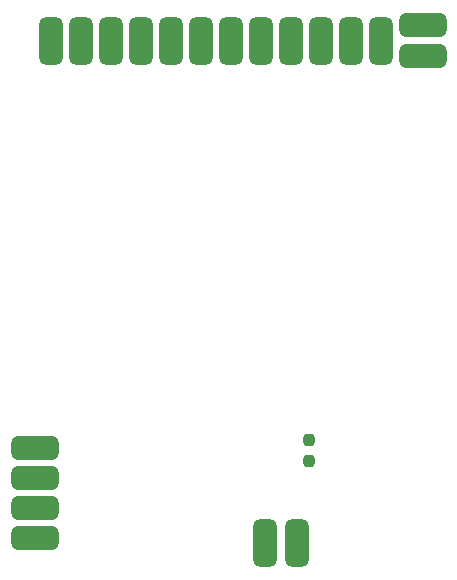
<source format=gbr>
%TF.GenerationSoftware,KiCad,Pcbnew,7.0.1*%
%TF.CreationDate,2023-04-24T16:46:27+02:00*%
%TF.ProjectId,STS,5354532e-6b69-4636-9164-5f7063625858,rev?*%
%TF.SameCoordinates,Original*%
%TF.FileFunction,Paste,Bot*%
%TF.FilePolarity,Positive*%
%FSLAX46Y46*%
G04 Gerber Fmt 4.6, Leading zero omitted, Abs format (unit mm)*
G04 Created by KiCad (PCBNEW 7.0.1) date 2023-04-24 16:46:27*
%MOMM*%
%LPD*%
G01*
G04 APERTURE LIST*
G04 Aperture macros list*
%AMRoundRect*
0 Rectangle with rounded corners*
0 $1 Rounding radius*
0 $2 $3 $4 $5 $6 $7 $8 $9 X,Y pos of 4 corners*
0 Add a 4 corners polygon primitive as box body*
4,1,4,$2,$3,$4,$5,$6,$7,$8,$9,$2,$3,0*
0 Add four circle primitives for the rounded corners*
1,1,$1+$1,$2,$3*
1,1,$1+$1,$4,$5*
1,1,$1+$1,$6,$7*
1,1,$1+$1,$8,$9*
0 Add four rect primitives between the rounded corners*
20,1,$1+$1,$2,$3,$4,$5,0*
20,1,$1+$1,$4,$5,$6,$7,0*
20,1,$1+$1,$6,$7,$8,$9,0*
20,1,$1+$1,$8,$9,$2,$3,0*%
G04 Aperture macros list end*
%ADD10RoundRect,0.500000X0.500000X1.500000X-0.500000X1.500000X-0.500000X-1.500000X0.500000X-1.500000X0*%
%ADD11RoundRect,0.500000X-1.500000X0.500000X-1.500000X-0.500000X1.500000X-0.500000X1.500000X0.500000X0*%
%ADD12RoundRect,0.500000X1.500000X-0.500000X1.500000X0.500000X-1.500000X0.500000X-1.500000X-0.500000X0*%
%ADD13RoundRect,0.237500X0.237500X-0.250000X0.237500X0.250000X-0.237500X0.250000X-0.237500X-0.250000X0*%
G04 APERTURE END LIST*
D10*
%TO.C,*%
X125200000Y-106300000D03*
%TD*%
%TO.C,*%
X127900000Y-106300000D03*
%TD*%
D11*
%TO.C,*%
X138600000Y-65100000D03*
%TD*%
%TO.C,*%
X138600000Y-62500000D03*
%TD*%
D12*
%TO.C,GND*%
X105700000Y-105920000D03*
%TD*%
%TO.C,L1*%
X105700000Y-103380000D03*
%TD*%
%TO.C,GND*%
X105700000Y-100840000D03*
%TD*%
%TO.C,L2*%
X105700000Y-98300000D03*
%TD*%
D10*
%TO.C,REF\u002A\u002A7*%
X117260000Y-63800000D03*
%TD*%
%TO.C,REF\u002A\u002A5*%
X122340000Y-63800000D03*
%TD*%
%TO.C,REF\u002A\u002A10*%
X109640000Y-63800000D03*
%TD*%
%TO.C,REF\u002A\u002A*%
X135040000Y-63800000D03*
%TD*%
%TO.C,REF\u002A\u002A11*%
X107100000Y-63800000D03*
%TD*%
%TO.C,REF\u002A\u002A9*%
X112180000Y-63800000D03*
%TD*%
%TO.C,REF\u002A\u002A6*%
X119800000Y-63800000D03*
%TD*%
%TO.C,REF\u002A\u002A1*%
X132500000Y-63800000D03*
%TD*%
%TO.C,REF\u002A\u002A2*%
X129960000Y-63800000D03*
%TD*%
%TO.C,REF\u002A\u002A3*%
X127420000Y-63800000D03*
%TD*%
%TO.C,REF\u002A\u002A8*%
X114720000Y-63800000D03*
%TD*%
%TO.C,REF\u002A\u002A4*%
X124880000Y-63800000D03*
%TD*%
D13*
%TO.C,R1*%
X128900000Y-99425000D03*
X128900000Y-97600000D03*
%TD*%
M02*

</source>
